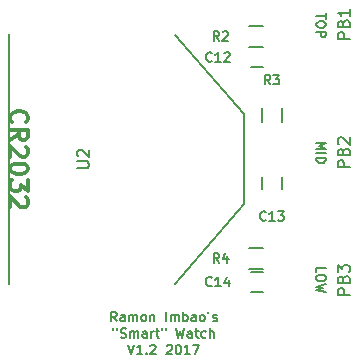
<source format=gto>
G04 #@! TF.FileFunction,Legend,Top*
%FSLAX46Y46*%
G04 Gerber Fmt 4.6, Leading zero omitted, Abs format (unit mm)*
G04 Created by KiCad (PCBNEW 4.0.5-e0-6337~49~ubuntu16.04.1) date Fri Feb 10 02:02:51 2017*
%MOMM*%
%LPD*%
G01*
G04 APERTURE LIST*
%ADD10C,0.100000*%
%ADD11C,0.200000*%
%ADD12C,0.300000*%
%ADD13C,0.150000*%
G04 APERTURE END LIST*
D10*
D11*
X27938095Y-7702381D02*
X27938095Y-8159524D01*
X27138095Y-7930953D02*
X27938095Y-7930953D01*
X27938095Y-8578572D02*
X27938095Y-8730953D01*
X27900000Y-8807144D01*
X27823810Y-8883334D01*
X27671429Y-8921429D01*
X27404762Y-8921429D01*
X27252381Y-8883334D01*
X27176190Y-8807144D01*
X27138095Y-8730953D01*
X27138095Y-8578572D01*
X27176190Y-8502382D01*
X27252381Y-8426191D01*
X27404762Y-8388096D01*
X27671429Y-8388096D01*
X27823810Y-8426191D01*
X27900000Y-8502382D01*
X27938095Y-8578572D01*
X27138095Y-9264286D02*
X27938095Y-9264286D01*
X27938095Y-9569048D01*
X27900000Y-9645239D01*
X27861905Y-9683334D01*
X27785714Y-9721429D01*
X27671429Y-9721429D01*
X27595238Y-9683334D01*
X27557143Y-9645239D01*
X27519048Y-9569048D01*
X27519048Y-9264286D01*
X27138095Y-18642857D02*
X27938095Y-18642857D01*
X27366667Y-18909524D01*
X27938095Y-19176191D01*
X27138095Y-19176191D01*
X27138095Y-19557143D02*
X27938095Y-19557143D01*
X27138095Y-19938095D02*
X27938095Y-19938095D01*
X27938095Y-20128571D01*
X27900000Y-20242857D01*
X27823810Y-20319048D01*
X27747619Y-20357143D01*
X27595238Y-20395238D01*
X27480952Y-20395238D01*
X27328571Y-20357143D01*
X27252381Y-20319048D01*
X27176190Y-20242857D01*
X27138095Y-20128571D01*
X27138095Y-19938095D01*
X10223999Y-33759905D02*
X9957332Y-33378952D01*
X9766856Y-33759905D02*
X9766856Y-32959905D01*
X10071618Y-32959905D01*
X10147809Y-32998000D01*
X10185904Y-33036095D01*
X10223999Y-33112286D01*
X10223999Y-33226571D01*
X10185904Y-33302762D01*
X10147809Y-33340857D01*
X10071618Y-33378952D01*
X9766856Y-33378952D01*
X10909713Y-33759905D02*
X10909713Y-33340857D01*
X10871618Y-33264667D01*
X10795428Y-33226571D01*
X10643047Y-33226571D01*
X10566856Y-33264667D01*
X10909713Y-33721810D02*
X10833523Y-33759905D01*
X10643047Y-33759905D01*
X10566856Y-33721810D01*
X10528761Y-33645619D01*
X10528761Y-33569429D01*
X10566856Y-33493238D01*
X10643047Y-33455143D01*
X10833523Y-33455143D01*
X10909713Y-33417048D01*
X11290666Y-33759905D02*
X11290666Y-33226571D01*
X11290666Y-33302762D02*
X11328761Y-33264667D01*
X11404952Y-33226571D01*
X11519238Y-33226571D01*
X11595428Y-33264667D01*
X11633523Y-33340857D01*
X11633523Y-33759905D01*
X11633523Y-33340857D02*
X11671619Y-33264667D01*
X11747809Y-33226571D01*
X11862095Y-33226571D01*
X11938285Y-33264667D01*
X11976380Y-33340857D01*
X11976380Y-33759905D01*
X12471619Y-33759905D02*
X12395428Y-33721810D01*
X12357333Y-33683714D01*
X12319238Y-33607524D01*
X12319238Y-33378952D01*
X12357333Y-33302762D01*
X12395428Y-33264667D01*
X12471619Y-33226571D01*
X12585905Y-33226571D01*
X12662095Y-33264667D01*
X12700190Y-33302762D01*
X12738286Y-33378952D01*
X12738286Y-33607524D01*
X12700190Y-33683714D01*
X12662095Y-33721810D01*
X12585905Y-33759905D01*
X12471619Y-33759905D01*
X13081143Y-33226571D02*
X13081143Y-33759905D01*
X13081143Y-33302762D02*
X13119238Y-33264667D01*
X13195429Y-33226571D01*
X13309715Y-33226571D01*
X13385905Y-33264667D01*
X13424000Y-33340857D01*
X13424000Y-33759905D01*
X14414477Y-33759905D02*
X14414477Y-32959905D01*
X14795429Y-33759905D02*
X14795429Y-33226571D01*
X14795429Y-33302762D02*
X14833524Y-33264667D01*
X14909715Y-33226571D01*
X15024001Y-33226571D01*
X15100191Y-33264667D01*
X15138286Y-33340857D01*
X15138286Y-33759905D01*
X15138286Y-33340857D02*
X15176382Y-33264667D01*
X15252572Y-33226571D01*
X15366858Y-33226571D01*
X15443048Y-33264667D01*
X15481143Y-33340857D01*
X15481143Y-33759905D01*
X15862096Y-33759905D02*
X15862096Y-32959905D01*
X15862096Y-33264667D02*
X15938287Y-33226571D01*
X16090668Y-33226571D01*
X16166858Y-33264667D01*
X16204953Y-33302762D01*
X16243049Y-33378952D01*
X16243049Y-33607524D01*
X16204953Y-33683714D01*
X16166858Y-33721810D01*
X16090668Y-33759905D01*
X15938287Y-33759905D01*
X15862096Y-33721810D01*
X16928763Y-33759905D02*
X16928763Y-33340857D01*
X16890668Y-33264667D01*
X16814478Y-33226571D01*
X16662097Y-33226571D01*
X16585906Y-33264667D01*
X16928763Y-33721810D02*
X16852573Y-33759905D01*
X16662097Y-33759905D01*
X16585906Y-33721810D01*
X16547811Y-33645619D01*
X16547811Y-33569429D01*
X16585906Y-33493238D01*
X16662097Y-33455143D01*
X16852573Y-33455143D01*
X16928763Y-33417048D01*
X17424002Y-33759905D02*
X17347811Y-33721810D01*
X17309716Y-33683714D01*
X17271621Y-33607524D01*
X17271621Y-33378952D01*
X17309716Y-33302762D01*
X17347811Y-33264667D01*
X17424002Y-33226571D01*
X17538288Y-33226571D01*
X17614478Y-33264667D01*
X17652573Y-33302762D01*
X17690669Y-33378952D01*
X17690669Y-33607524D01*
X17652573Y-33683714D01*
X17614478Y-33721810D01*
X17538288Y-33759905D01*
X17424002Y-33759905D01*
X18071621Y-32959905D02*
X17995431Y-33112286D01*
X18376383Y-33721810D02*
X18452573Y-33759905D01*
X18604954Y-33759905D01*
X18681145Y-33721810D01*
X18719240Y-33645619D01*
X18719240Y-33607524D01*
X18681145Y-33531333D01*
X18604954Y-33493238D01*
X18490669Y-33493238D01*
X18414478Y-33455143D01*
X18376383Y-33378952D01*
X18376383Y-33340857D01*
X18414478Y-33264667D01*
X18490669Y-33226571D01*
X18604954Y-33226571D01*
X18681145Y-33264667D01*
X9957332Y-34359905D02*
X9957332Y-34512286D01*
X10262094Y-34359905D02*
X10262094Y-34512286D01*
X10566856Y-35121810D02*
X10681142Y-35159905D01*
X10871618Y-35159905D01*
X10947808Y-35121810D01*
X10985904Y-35083714D01*
X11023999Y-35007524D01*
X11023999Y-34931333D01*
X10985904Y-34855143D01*
X10947808Y-34817048D01*
X10871618Y-34778952D01*
X10719237Y-34740857D01*
X10643046Y-34702762D01*
X10604951Y-34664667D01*
X10566856Y-34588476D01*
X10566856Y-34512286D01*
X10604951Y-34436095D01*
X10643046Y-34398000D01*
X10719237Y-34359905D01*
X10909713Y-34359905D01*
X11023999Y-34398000D01*
X11366856Y-35159905D02*
X11366856Y-34626571D01*
X11366856Y-34702762D02*
X11404951Y-34664667D01*
X11481142Y-34626571D01*
X11595428Y-34626571D01*
X11671618Y-34664667D01*
X11709713Y-34740857D01*
X11709713Y-35159905D01*
X11709713Y-34740857D02*
X11747809Y-34664667D01*
X11823999Y-34626571D01*
X11938285Y-34626571D01*
X12014475Y-34664667D01*
X12052570Y-34740857D01*
X12052570Y-35159905D01*
X12776380Y-35159905D02*
X12776380Y-34740857D01*
X12738285Y-34664667D01*
X12662095Y-34626571D01*
X12509714Y-34626571D01*
X12433523Y-34664667D01*
X12776380Y-35121810D02*
X12700190Y-35159905D01*
X12509714Y-35159905D01*
X12433523Y-35121810D01*
X12395428Y-35045619D01*
X12395428Y-34969429D01*
X12433523Y-34893238D01*
X12509714Y-34855143D01*
X12700190Y-34855143D01*
X12776380Y-34817048D01*
X13157333Y-35159905D02*
X13157333Y-34626571D01*
X13157333Y-34778952D02*
X13195428Y-34702762D01*
X13233524Y-34664667D01*
X13309714Y-34626571D01*
X13385905Y-34626571D01*
X13538285Y-34626571D02*
X13843047Y-34626571D01*
X13652571Y-34359905D02*
X13652571Y-35045619D01*
X13690666Y-35121810D01*
X13766857Y-35159905D01*
X13843047Y-35159905D01*
X14071619Y-34359905D02*
X14071619Y-34512286D01*
X14376381Y-34359905D02*
X14376381Y-34512286D01*
X15252572Y-34359905D02*
X15443048Y-35159905D01*
X15595429Y-34588476D01*
X15747810Y-35159905D01*
X15938286Y-34359905D01*
X16585905Y-35159905D02*
X16585905Y-34740857D01*
X16547810Y-34664667D01*
X16471620Y-34626571D01*
X16319239Y-34626571D01*
X16243048Y-34664667D01*
X16585905Y-35121810D02*
X16509715Y-35159905D01*
X16319239Y-35159905D01*
X16243048Y-35121810D01*
X16204953Y-35045619D01*
X16204953Y-34969429D01*
X16243048Y-34893238D01*
X16319239Y-34855143D01*
X16509715Y-34855143D01*
X16585905Y-34817048D01*
X16852572Y-34626571D02*
X17157334Y-34626571D01*
X16966858Y-34359905D02*
X16966858Y-35045619D01*
X17004953Y-35121810D01*
X17081144Y-35159905D01*
X17157334Y-35159905D01*
X17766858Y-35121810D02*
X17690668Y-35159905D01*
X17538287Y-35159905D01*
X17462096Y-35121810D01*
X17424001Y-35083714D01*
X17385906Y-35007524D01*
X17385906Y-34778952D01*
X17424001Y-34702762D01*
X17462096Y-34664667D01*
X17538287Y-34626571D01*
X17690668Y-34626571D01*
X17766858Y-34664667D01*
X18109715Y-35159905D02*
X18109715Y-34359905D01*
X18452572Y-35159905D02*
X18452572Y-34740857D01*
X18414477Y-34664667D01*
X18338287Y-34626571D01*
X18224001Y-34626571D01*
X18147810Y-34664667D01*
X18109715Y-34702762D01*
X11176380Y-35759905D02*
X11443047Y-36559905D01*
X11709714Y-35759905D01*
X12395428Y-36559905D02*
X11938285Y-36559905D01*
X12166856Y-36559905D02*
X12166856Y-35759905D01*
X12090666Y-35874190D01*
X12014475Y-35950381D01*
X11938285Y-35988476D01*
X12738285Y-36483714D02*
X12776380Y-36521810D01*
X12738285Y-36559905D01*
X12700190Y-36521810D01*
X12738285Y-36483714D01*
X12738285Y-36559905D01*
X13081142Y-35836095D02*
X13119237Y-35798000D01*
X13195428Y-35759905D01*
X13385904Y-35759905D01*
X13462094Y-35798000D01*
X13500190Y-35836095D01*
X13538285Y-35912286D01*
X13538285Y-35988476D01*
X13500190Y-36102762D01*
X13043047Y-36559905D01*
X13538285Y-36559905D01*
X14452571Y-35836095D02*
X14490666Y-35798000D01*
X14566857Y-35759905D01*
X14757333Y-35759905D01*
X14833523Y-35798000D01*
X14871619Y-35836095D01*
X14909714Y-35912286D01*
X14909714Y-35988476D01*
X14871619Y-36102762D01*
X14414476Y-36559905D01*
X14909714Y-36559905D01*
X15404952Y-35759905D02*
X15481143Y-35759905D01*
X15557333Y-35798000D01*
X15595428Y-35836095D01*
X15633524Y-35912286D01*
X15671619Y-36064667D01*
X15671619Y-36255143D01*
X15633524Y-36407524D01*
X15595428Y-36483714D01*
X15557333Y-36521810D01*
X15481143Y-36559905D01*
X15404952Y-36559905D01*
X15328762Y-36521810D01*
X15290666Y-36483714D01*
X15252571Y-36407524D01*
X15214476Y-36255143D01*
X15214476Y-36064667D01*
X15252571Y-35912286D01*
X15290666Y-35836095D01*
X15328762Y-35798000D01*
X15404952Y-35759905D01*
X16433524Y-36559905D02*
X15976381Y-36559905D01*
X16204952Y-36559905D02*
X16204952Y-35759905D01*
X16128762Y-35874190D01*
X16052571Y-35950381D01*
X15976381Y-35988476D01*
X16700191Y-35759905D02*
X17233524Y-35759905D01*
X16890667Y-36559905D01*
D12*
X1369286Y-16923144D02*
X1297857Y-16851715D01*
X1226429Y-16637429D01*
X1226429Y-16494572D01*
X1297857Y-16280287D01*
X1440714Y-16137429D01*
X1583571Y-16066001D01*
X1869286Y-15994572D01*
X2083571Y-15994572D01*
X2369286Y-16066001D01*
X2512143Y-16137429D01*
X2655000Y-16280287D01*
X2726429Y-16494572D01*
X2726429Y-16637429D01*
X2655000Y-16851715D01*
X2583571Y-16923144D01*
X1226429Y-18423144D02*
X1940714Y-17923144D01*
X1226429Y-17566001D02*
X2726429Y-17566001D01*
X2726429Y-18137429D01*
X2655000Y-18280287D01*
X2583571Y-18351715D01*
X2440714Y-18423144D01*
X2226429Y-18423144D01*
X2083571Y-18351715D01*
X2012143Y-18280287D01*
X1940714Y-18137429D01*
X1940714Y-17566001D01*
X2583571Y-18994572D02*
X2655000Y-19066001D01*
X2726429Y-19208858D01*
X2726429Y-19566001D01*
X2655000Y-19708858D01*
X2583571Y-19780287D01*
X2440714Y-19851715D01*
X2297857Y-19851715D01*
X2083571Y-19780287D01*
X1226429Y-18923144D01*
X1226429Y-19851715D01*
X2726429Y-20780286D02*
X2726429Y-20923143D01*
X2655000Y-21066000D01*
X2583571Y-21137429D01*
X2440714Y-21208858D01*
X2155000Y-21280286D01*
X1797857Y-21280286D01*
X1512143Y-21208858D01*
X1369286Y-21137429D01*
X1297857Y-21066000D01*
X1226429Y-20923143D01*
X1226429Y-20780286D01*
X1297857Y-20637429D01*
X1369286Y-20566000D01*
X1512143Y-20494572D01*
X1797857Y-20423143D01*
X2155000Y-20423143D01*
X2440714Y-20494572D01*
X2583571Y-20566000D01*
X2655000Y-20637429D01*
X2726429Y-20780286D01*
X2726429Y-21780286D02*
X2726429Y-22708857D01*
X2155000Y-22208857D01*
X2155000Y-22423143D01*
X2083571Y-22566000D01*
X2012143Y-22637429D01*
X1869286Y-22708857D01*
X1512143Y-22708857D01*
X1369286Y-22637429D01*
X1297857Y-22566000D01*
X1226429Y-22423143D01*
X1226429Y-21994571D01*
X1297857Y-21851714D01*
X1369286Y-21780286D01*
X2583571Y-23280285D02*
X2655000Y-23351714D01*
X2726429Y-23494571D01*
X2726429Y-23851714D01*
X2655000Y-23994571D01*
X2583571Y-24066000D01*
X2440714Y-24137428D01*
X2297857Y-24137428D01*
X2083571Y-24066000D01*
X1226429Y-23208857D01*
X1226429Y-24137428D01*
D11*
X27138095Y-29621429D02*
X27138095Y-29240476D01*
X27938095Y-29240476D01*
X27938095Y-30040476D02*
X27938095Y-30192857D01*
X27900000Y-30269048D01*
X27823810Y-30345238D01*
X27671429Y-30383333D01*
X27404762Y-30383333D01*
X27252381Y-30345238D01*
X27176190Y-30269048D01*
X27138095Y-30192857D01*
X27138095Y-30040476D01*
X27176190Y-29964286D01*
X27252381Y-29888095D01*
X27404762Y-29850000D01*
X27671429Y-29850000D01*
X27823810Y-29888095D01*
X27900000Y-29964286D01*
X27938095Y-30040476D01*
X27938095Y-30650000D02*
X27138095Y-30840476D01*
X27709524Y-30992857D01*
X27138095Y-31145238D01*
X27938095Y-31335714D01*
D13*
X21418000Y-27573000D02*
X22618000Y-27573000D01*
X22618000Y-29323000D02*
X21418000Y-29323000D01*
X24243000Y-15736000D02*
X24243000Y-16936000D01*
X22493000Y-16936000D02*
X22493000Y-15736000D01*
X24218000Y-22578000D02*
X24218000Y-21578000D01*
X22518000Y-21578000D02*
X22518000Y-22578000D01*
X21618000Y-12280000D02*
X22618000Y-12280000D01*
X22618000Y-10580000D02*
X21618000Y-10580000D01*
X21005000Y-23852000D02*
X15180000Y-30602000D01*
X21010000Y-23837000D02*
X21010000Y-16267000D01*
X1150000Y-30607000D02*
X1150000Y-9497000D01*
X21005000Y-16252000D02*
X15180000Y-9502000D01*
X21418000Y-8777000D02*
X22618000Y-8777000D01*
X22618000Y-10527000D02*
X21418000Y-10527000D01*
X21618000Y-31314000D02*
X22618000Y-31314000D01*
X22618000Y-29614000D02*
X21618000Y-29614000D01*
X18916667Y-28809905D02*
X18650000Y-28428952D01*
X18459524Y-28809905D02*
X18459524Y-28009905D01*
X18764286Y-28009905D01*
X18840477Y-28048000D01*
X18878572Y-28086095D01*
X18916667Y-28162286D01*
X18916667Y-28276571D01*
X18878572Y-28352762D01*
X18840477Y-28390857D01*
X18764286Y-28428952D01*
X18459524Y-28428952D01*
X19602381Y-28276571D02*
X19602381Y-28809905D01*
X19411905Y-27971810D02*
X19221429Y-28543238D01*
X19716667Y-28543238D01*
X23234667Y-13729905D02*
X22968000Y-13348952D01*
X22777524Y-13729905D02*
X22777524Y-12929905D01*
X23082286Y-12929905D01*
X23158477Y-12968000D01*
X23196572Y-13006095D01*
X23234667Y-13082286D01*
X23234667Y-13196571D01*
X23196572Y-13272762D01*
X23158477Y-13310857D01*
X23082286Y-13348952D01*
X22777524Y-13348952D01*
X23501334Y-12929905D02*
X23996572Y-12929905D01*
X23729905Y-13234667D01*
X23844191Y-13234667D01*
X23920381Y-13272762D01*
X23958477Y-13310857D01*
X23996572Y-13387048D01*
X23996572Y-13577524D01*
X23958477Y-13653714D01*
X23920381Y-13691810D01*
X23844191Y-13729905D01*
X23615619Y-13729905D01*
X23539429Y-13691810D01*
X23501334Y-13653714D01*
X22853714Y-25177714D02*
X22815619Y-25215810D01*
X22701333Y-25253905D01*
X22625143Y-25253905D01*
X22510857Y-25215810D01*
X22434666Y-25139619D01*
X22396571Y-25063429D01*
X22358476Y-24911048D01*
X22358476Y-24796762D01*
X22396571Y-24644381D01*
X22434666Y-24568190D01*
X22510857Y-24492000D01*
X22625143Y-24453905D01*
X22701333Y-24453905D01*
X22815619Y-24492000D01*
X22853714Y-24530095D01*
X23615619Y-25253905D02*
X23158476Y-25253905D01*
X23387047Y-25253905D02*
X23387047Y-24453905D01*
X23310857Y-24568190D01*
X23234666Y-24644381D01*
X23158476Y-24682476D01*
X23882286Y-24453905D02*
X24377524Y-24453905D01*
X24110857Y-24758667D01*
X24225143Y-24758667D01*
X24301333Y-24796762D01*
X24339429Y-24834857D01*
X24377524Y-24911048D01*
X24377524Y-25101524D01*
X24339429Y-25177714D01*
X24301333Y-25215810D01*
X24225143Y-25253905D01*
X23996571Y-25253905D01*
X23920381Y-25215810D01*
X23882286Y-25177714D01*
X18281714Y-11715714D02*
X18243619Y-11753810D01*
X18129333Y-11791905D01*
X18053143Y-11791905D01*
X17938857Y-11753810D01*
X17862666Y-11677619D01*
X17824571Y-11601429D01*
X17786476Y-11449048D01*
X17786476Y-11334762D01*
X17824571Y-11182381D01*
X17862666Y-11106190D01*
X17938857Y-11030000D01*
X18053143Y-10991905D01*
X18129333Y-10991905D01*
X18243619Y-11030000D01*
X18281714Y-11068095D01*
X19043619Y-11791905D02*
X18586476Y-11791905D01*
X18815047Y-11791905D02*
X18815047Y-10991905D01*
X18738857Y-11106190D01*
X18662666Y-11182381D01*
X18586476Y-11220476D01*
X19348381Y-11068095D02*
X19386476Y-11030000D01*
X19462667Y-10991905D01*
X19653143Y-10991905D01*
X19729333Y-11030000D01*
X19767429Y-11068095D01*
X19805524Y-11144286D01*
X19805524Y-11220476D01*
X19767429Y-11334762D01*
X19310286Y-11791905D01*
X19805524Y-11791905D01*
X6882381Y-20813905D02*
X7691905Y-20813905D01*
X7787143Y-20766286D01*
X7834762Y-20718667D01*
X7882381Y-20623429D01*
X7882381Y-20432952D01*
X7834762Y-20337714D01*
X7787143Y-20290095D01*
X7691905Y-20242476D01*
X6882381Y-20242476D01*
X6977619Y-19813905D02*
X6930000Y-19766286D01*
X6882381Y-19671048D01*
X6882381Y-19432952D01*
X6930000Y-19337714D01*
X6977619Y-19290095D01*
X7072857Y-19242476D01*
X7168095Y-19242476D01*
X7310952Y-19290095D01*
X7882381Y-19861524D01*
X7882381Y-19242476D01*
X18916667Y-10013905D02*
X18650000Y-9632952D01*
X18459524Y-10013905D02*
X18459524Y-9213905D01*
X18764286Y-9213905D01*
X18840477Y-9252000D01*
X18878572Y-9290095D01*
X18916667Y-9366286D01*
X18916667Y-9480571D01*
X18878572Y-9556762D01*
X18840477Y-9594857D01*
X18764286Y-9632952D01*
X18459524Y-9632952D01*
X19221429Y-9290095D02*
X19259524Y-9252000D01*
X19335715Y-9213905D01*
X19526191Y-9213905D01*
X19602381Y-9252000D01*
X19640477Y-9290095D01*
X19678572Y-9366286D01*
X19678572Y-9442476D01*
X19640477Y-9556762D01*
X19183334Y-10013905D01*
X19678572Y-10013905D01*
X18281714Y-30749714D02*
X18243619Y-30787810D01*
X18129333Y-30825905D01*
X18053143Y-30825905D01*
X17938857Y-30787810D01*
X17862666Y-30711619D01*
X17824571Y-30635429D01*
X17786476Y-30483048D01*
X17786476Y-30368762D01*
X17824571Y-30216381D01*
X17862666Y-30140190D01*
X17938857Y-30064000D01*
X18053143Y-30025905D01*
X18129333Y-30025905D01*
X18243619Y-30064000D01*
X18281714Y-30102095D01*
X19043619Y-30825905D02*
X18586476Y-30825905D01*
X18815047Y-30825905D02*
X18815047Y-30025905D01*
X18738857Y-30140190D01*
X18662666Y-30216381D01*
X18586476Y-30254476D01*
X19729333Y-30292571D02*
X19729333Y-30825905D01*
X19538857Y-29987810D02*
X19348381Y-30559238D01*
X19843619Y-30559238D01*
X29952381Y-31538095D02*
X28952381Y-31538095D01*
X28952381Y-31157142D01*
X29000000Y-31061904D01*
X29047619Y-31014285D01*
X29142857Y-30966666D01*
X29285714Y-30966666D01*
X29380952Y-31014285D01*
X29428571Y-31061904D01*
X29476190Y-31157142D01*
X29476190Y-31538095D01*
X29428571Y-30204761D02*
X29476190Y-30061904D01*
X29523810Y-30014285D01*
X29619048Y-29966666D01*
X29761905Y-29966666D01*
X29857143Y-30014285D01*
X29904762Y-30061904D01*
X29952381Y-30157142D01*
X29952381Y-30538095D01*
X28952381Y-30538095D01*
X28952381Y-30204761D01*
X29000000Y-30109523D01*
X29047619Y-30061904D01*
X29142857Y-30014285D01*
X29238095Y-30014285D01*
X29333333Y-30061904D01*
X29380952Y-30109523D01*
X29428571Y-30204761D01*
X29428571Y-30538095D01*
X28952381Y-29633333D02*
X28952381Y-29014285D01*
X29333333Y-29347619D01*
X29333333Y-29204761D01*
X29380952Y-29109523D01*
X29428571Y-29061904D01*
X29523810Y-29014285D01*
X29761905Y-29014285D01*
X29857143Y-29061904D01*
X29904762Y-29109523D01*
X29952381Y-29204761D01*
X29952381Y-29490476D01*
X29904762Y-29585714D01*
X29857143Y-29633333D01*
X29956381Y-20732595D02*
X28956381Y-20732595D01*
X28956381Y-20351642D01*
X29004000Y-20256404D01*
X29051619Y-20208785D01*
X29146857Y-20161166D01*
X29289714Y-20161166D01*
X29384952Y-20208785D01*
X29432571Y-20256404D01*
X29480190Y-20351642D01*
X29480190Y-20732595D01*
X29432571Y-19399261D02*
X29480190Y-19256404D01*
X29527810Y-19208785D01*
X29623048Y-19161166D01*
X29765905Y-19161166D01*
X29861143Y-19208785D01*
X29908762Y-19256404D01*
X29956381Y-19351642D01*
X29956381Y-19732595D01*
X28956381Y-19732595D01*
X28956381Y-19399261D01*
X29004000Y-19304023D01*
X29051619Y-19256404D01*
X29146857Y-19208785D01*
X29242095Y-19208785D01*
X29337333Y-19256404D01*
X29384952Y-19304023D01*
X29432571Y-19399261D01*
X29432571Y-19732595D01*
X29051619Y-18780214D02*
X29004000Y-18732595D01*
X28956381Y-18637357D01*
X28956381Y-18399261D01*
X29004000Y-18304023D01*
X29051619Y-18256404D01*
X29146857Y-18208785D01*
X29242095Y-18208785D01*
X29384952Y-18256404D01*
X29956381Y-18827833D01*
X29956381Y-18208785D01*
X29956381Y-9874095D02*
X28956381Y-9874095D01*
X28956381Y-9493142D01*
X29004000Y-9397904D01*
X29051619Y-9350285D01*
X29146857Y-9302666D01*
X29289714Y-9302666D01*
X29384952Y-9350285D01*
X29432571Y-9397904D01*
X29480190Y-9493142D01*
X29480190Y-9874095D01*
X29432571Y-8540761D02*
X29480190Y-8397904D01*
X29527810Y-8350285D01*
X29623048Y-8302666D01*
X29765905Y-8302666D01*
X29861143Y-8350285D01*
X29908762Y-8397904D01*
X29956381Y-8493142D01*
X29956381Y-8874095D01*
X28956381Y-8874095D01*
X28956381Y-8540761D01*
X29004000Y-8445523D01*
X29051619Y-8397904D01*
X29146857Y-8350285D01*
X29242095Y-8350285D01*
X29337333Y-8397904D01*
X29384952Y-8445523D01*
X29432571Y-8540761D01*
X29432571Y-8874095D01*
X29956381Y-7350285D02*
X29956381Y-7921714D01*
X29956381Y-7636000D02*
X28956381Y-7636000D01*
X29099238Y-7731238D01*
X29194476Y-7826476D01*
X29242095Y-7921714D01*
M02*

</source>
